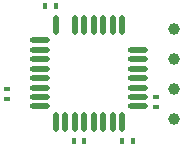
<source format=gbp>
G04*
G04 #@! TF.GenerationSoftware,Altium Limited,Altium Designer,18.1.9 (240)*
G04*
G04 Layer_Color=128*
%FSLAX25Y25*%
%MOIN*%
G70*
G01*
G75*
%ADD22R,0.01575X0.01968*%
%ADD27R,0.01968X0.01575*%
%ADD42C,0.03937*%
%ADD43O,0.01772X0.06693*%
%ADD44O,0.06693X0.01772*%
D22*
X363929Y261000D02*
D03*
X367472Y261000D02*
D03*
X341871Y305700D02*
D03*
X338328Y305700D02*
D03*
X351371Y261000D02*
D03*
X347828Y261000D02*
D03*
D27*
X325700Y274729D02*
D03*
Y278075D02*
D03*
X375300Y272229D02*
D03*
Y275575D02*
D03*
D42*
X381300Y298300D02*
D03*
Y288300D02*
D03*
Y278300D02*
D03*
Y268300D02*
D03*
D03*
D43*
X363924Y267179D02*
D03*
X360774D02*
D03*
X357624D02*
D03*
X354475D02*
D03*
X351325D02*
D03*
X348176D02*
D03*
X345026D02*
D03*
X341876D02*
D03*
X341876Y299669D02*
D03*
X348176D02*
D03*
X351325D02*
D03*
X354475D02*
D03*
X357624D02*
D03*
X360774D02*
D03*
X363924D02*
D03*
D44*
X336655Y272376D02*
D03*
Y275526D02*
D03*
Y278676D02*
D03*
Y281825D02*
D03*
Y284975D02*
D03*
Y288124D02*
D03*
Y291274D02*
D03*
Y294424D02*
D03*
X369145Y291274D02*
D03*
Y288124D02*
D03*
Y284975D02*
D03*
Y281825D02*
D03*
Y278676D02*
D03*
Y275526D02*
D03*
Y272376D02*
D03*
M02*

</source>
